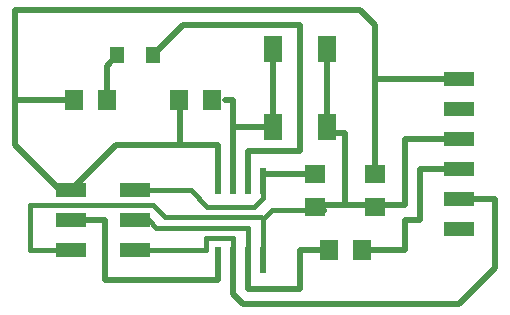
<source format=gbr>
G04 EAGLE Gerber RS-274X export*
G75*
%MOMM*%
%FSLAX34Y34*%
%LPD*%
%INTop Copper*%
%IPPOS*%
%AMOC8*
5,1,8,0,0,1.08239X$1,22.5*%
G01*
%ADD10R,0.600000X2.286000*%
%ADD11R,1.800000X1.600000*%
%ADD12R,1.600000X1.800000*%
%ADD13R,1.200000X1.400000*%
%ADD14R,2.540000X1.270000*%
%ADD15R,1.524000X2.286000*%
%ADD16C,0.508000*%
%ADD17C,0.406400*%


D10*
X361950Y-411200D03*
X361950Y-477800D03*
X374650Y-411200D03*
X349250Y-411200D03*
X336550Y-411200D03*
X374650Y-477800D03*
X349250Y-477800D03*
X336550Y-477800D03*
D11*
X419100Y-405100D03*
X419100Y-433100D03*
D12*
X430500Y-469900D03*
X458500Y-469900D03*
D11*
X469900Y-405100D03*
X469900Y-433100D03*
D13*
X281700Y-304800D03*
X251700Y-304800D03*
D14*
X266700Y-469900D03*
X266700Y-444500D03*
X266700Y-419100D03*
X212100Y-469900D03*
X212100Y-444500D03*
X212100Y-419100D03*
D12*
X303500Y-342900D03*
X331500Y-342900D03*
X214600Y-342900D03*
X242600Y-342900D03*
D14*
X541020Y-325120D03*
X541020Y-350520D03*
X541020Y-375920D03*
X541020Y-401320D03*
X541020Y-426720D03*
X541020Y-452120D03*
D15*
X383540Y-365760D03*
X383540Y-299720D03*
X429260Y-365760D03*
X429260Y-299720D03*
D16*
X241300Y-444500D02*
X212100Y-444500D01*
X241300Y-444500D02*
X241300Y-495300D01*
X336550Y-495300D02*
X336550Y-477800D01*
X336550Y-495300D02*
X241300Y-495300D01*
X374650Y-419100D02*
X374650Y-411200D01*
D17*
X313690Y-419100D02*
X266700Y-419100D01*
X313690Y-419100D02*
X327660Y-433070D01*
X367030Y-433070D01*
X374650Y-425450D01*
X374650Y-419100D01*
D16*
X374650Y-411200D02*
X374650Y-405100D01*
X419100Y-405100D01*
X361950Y-477800D02*
X361950Y-502920D01*
X406400Y-502920D02*
X406400Y-469900D01*
X430500Y-469900D01*
X406400Y-502920D02*
X361950Y-502920D01*
D17*
X361950Y-477800D02*
X361950Y-450850D01*
X284480Y-450850D02*
X278130Y-444500D01*
X284480Y-450850D02*
X361950Y-450850D01*
X326390Y-469900D02*
X266700Y-469900D01*
X326390Y-459740D02*
X349250Y-459740D01*
X349250Y-477800D01*
X326390Y-469900D02*
X326390Y-459740D01*
D16*
X571500Y-485140D02*
X571500Y-426720D01*
X533400Y-426720D01*
X349250Y-477800D02*
X349250Y-506730D01*
X358140Y-515620D01*
X541020Y-515620D01*
X571500Y-485140D01*
X419100Y-433100D02*
X419100Y-431800D01*
X444500Y-431800D01*
X469900Y-431800D01*
X469900Y-433100D01*
X469900Y-431800D02*
X495300Y-431800D01*
X495300Y-375920D01*
X541020Y-375920D01*
D17*
X212100Y-469900D02*
X177800Y-469900D01*
X177800Y-431800D01*
X281940Y-431800D01*
X292100Y-441960D01*
X374650Y-443230D02*
X374650Y-477800D01*
X374650Y-443230D02*
X373380Y-441960D01*
X292100Y-441960D01*
X374650Y-443230D02*
X382270Y-435610D01*
X426720Y-435610D01*
D16*
X429260Y-365760D02*
X429260Y-299720D01*
X444500Y-370840D02*
X444500Y-431800D01*
X444500Y-370840D02*
X431800Y-370840D01*
X469900Y-325120D02*
X541020Y-325120D01*
X469900Y-325120D02*
X469900Y-405100D01*
X250200Y-381000D02*
X212100Y-419100D01*
X336550Y-411200D02*
X336550Y-381000D01*
X304800Y-381000D01*
X250200Y-381000D01*
X212100Y-419100D02*
X203200Y-419100D01*
X165100Y-381000D01*
X165100Y-342900D01*
X165100Y-266700D01*
X457200Y-266700D01*
X469900Y-279400D01*
X469900Y-325120D01*
X214600Y-342900D02*
X165100Y-342900D01*
X303500Y-342900D02*
X304800Y-342900D01*
X304800Y-381000D01*
X458500Y-469900D02*
X495300Y-469900D01*
X495300Y-444500D01*
X508000Y-444500D01*
X508000Y-401320D02*
X541020Y-401320D01*
X508000Y-401320D02*
X508000Y-444500D01*
X349250Y-411200D02*
X349250Y-365760D01*
X349250Y-342900D01*
X331500Y-342900D02*
X330200Y-342900D01*
X383540Y-358140D02*
X383540Y-365760D01*
X349250Y-342900D02*
X342900Y-342900D01*
X381000Y-365760D02*
X383540Y-365760D01*
X349250Y-365760D01*
X383540Y-365760D02*
X383540Y-299720D01*
X307100Y-279400D02*
X281700Y-304800D01*
X361950Y-386080D02*
X361950Y-411200D01*
X406400Y-386080D02*
X406400Y-279400D01*
X406400Y-386080D02*
X361950Y-386080D01*
X406400Y-279400D02*
X307100Y-279400D01*
X251700Y-304800D02*
X242600Y-313900D01*
X242600Y-342900D01*
M02*

</source>
